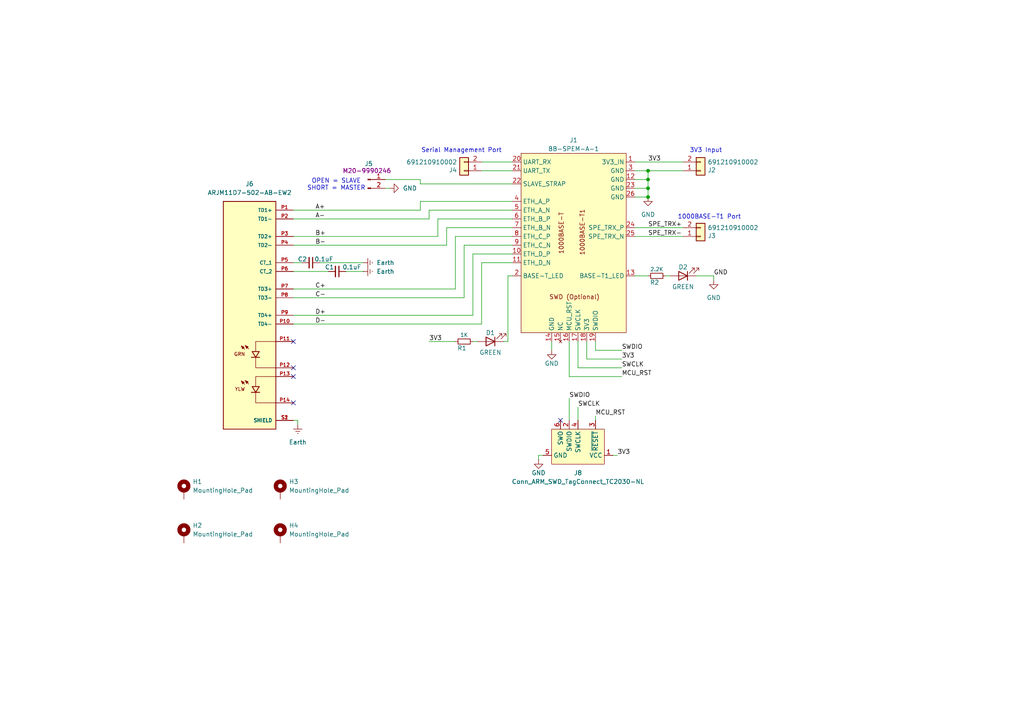
<source format=kicad_sch>
(kicad_sch (version 20231120) (generator "eeschema") (generator_version "8.0")
  (paper "A4")
  (lib_symbols
    (symbol "ARJM11D7-502-AB-EW2:ARJM11D7-502-AB-EW2" (pin_names (offset 1.016))
      (property "Reference" "J" (at -7.62 34.29 0))
      (property "Value" "ARJM11D7-502-AB-EW2" (at -7.62 -34.29 0))
      (symbol "ARJM11D7-502-AB-EW2_0_0"
        (rectangle (start -7.62 -33.02) (end 7.62 33.02) (stroke (width 0.254)) (fill (type background)))
        (polyline (pts (xy -2.921 -22.352) (xy -1.778 -22.352)) (stroke (width 0.254)))
        (polyline (pts (xy -2.921 -12.192) (xy -1.778 -12.192)) (stroke (width 0.254)))
        (polyline (pts (xy -2.794 -20.701) (xy -1.778 -22.352)) (stroke (width 0.254)))
        (polyline (pts (xy -2.794 -20.701) (xy -0.762 -20.701)) (stroke (width 0.254)))
        (polyline (pts (xy -2.794 -10.541) (xy -1.778 -12.192)) (stroke (width 0.254)))
        (polyline (pts (xy -2.794 -10.541) (xy -0.762 -10.541)) (stroke (width 0.254)))
        (polyline (pts (xy -1.778 -25.4) (xy -7.62 -25.4)) (stroke (width 0.1524)))
        (polyline (pts (xy -1.778 -22.479) (xy -1.778 -25.4)) (stroke (width 0.1524)))
        (polyline (pts (xy -1.778 -22.352) (xy -0.762 -20.701)) (stroke (width 0.254)))
        (polyline (pts (xy -1.778 -22.352) (xy -0.508 -22.352)) (stroke (width 0.254)))
        (polyline (pts (xy -1.778 -17.78) (xy -7.62 -17.78)) (stroke (width 0.1524)))
        (polyline (pts (xy -1.778 -17.78) (xy -1.778 -20.574)) (stroke (width 0.1524)))
        (polyline (pts (xy -1.778 -15.24) (xy -7.62 -15.24)) (stroke (width 0.1524)))
        (polyline (pts (xy -1.778 -12.319) (xy -1.778 -15.24)) (stroke (width 0.1524)))
        (polyline (pts (xy -1.778 -12.192) (xy -0.762 -10.541)) (stroke (width 0.254)))
        (polyline (pts (xy -1.778 -12.192) (xy -0.508 -12.192)) (stroke (width 0.254)))
        (polyline (pts (xy -1.778 -7.62) (xy -7.62 -7.62)) (stroke (width 0.1524)))
        (polyline (pts (xy -1.778 -7.62) (xy -1.778 -10.414)) (stroke (width 0.1524)))
        (polyline (pts (xy 0.254 -19.939) (xy 1.27 -18.923)) (stroke (width 0.1524)))
        (polyline (pts (xy 0.254 -9.779) (xy 1.27 -8.763)) (stroke (width 0.1524)))
        (polyline (pts (xy 1.397 -20.066) (xy 2.413 -19.05)) (stroke (width 0.1524)))
        (polyline (pts (xy 1.397 -9.906) (xy 2.413 -8.89)) (stroke (width 0.1524)))
        (polyline (pts (xy 1.27 -18.923) (xy 0.381 -19.304) (xy 0.889 -19.812) (xy 1.27 -18.923)) (stroke (width 0.1524)) (fill (type outline)))
        (polyline (pts (xy 1.27 -8.763) (xy 0.381 -9.144) (xy 0.889 -9.652) (xy 1.27 -8.763)) (stroke (width 0.1524)) (fill (type outline)))
        (polyline (pts (xy 2.413 -19.05) (xy 1.524 -19.431) (xy 2.032 -19.939) (xy 2.413 -19.05)) (stroke (width 0.1524)) (fill (type outline)))
        (polyline (pts (xy 2.413 -8.89) (xy 1.524 -9.271) (xy 2.032 -9.779) (xy 2.413 -8.89)) (stroke (width 0.1524)) (fill (type outline)))
        (text "GRN" (at 1.27 -10.668 0) (effects (font (size 1.016 1.016)) (justify left top)))
        (text "YLW" (at 1.27 -20.828 0) (effects (font (size 1.016 1.016)) (justify left top)))
        (pin passive line (at -12.7 30.48 0) (length 5.08) (name "TD1+") (number "P1"))
        (pin passive line (at -12.7 -2.54 0) (length 5.08) (name "TD4-") (number "P10"))
        (pin passive line (at -12.7 -7.62 0) (length 5.08) (name "~") (number "P11"))
        (pin passive line (at -12.7 -15.24 0) (length 5.08) (name "~") (number "P12"))
        (pin passive line (at -12.7 -17.78 0) (length 5.08) (name "~") (number "P13"))
        (pin passive line (at -12.7 -25.4 0) (length 5.08) (name "~") (number "P14"))
        (pin passive line (at -12.7 27.94 0) (length 5.08) (name "TD1-") (number "P2"))
        (pin passive line (at -12.7 22.86 0) (length 5.08) (name "TD2+") (number "P3"))
        (pin passive line (at -12.7 20.32 0) (length 5.08) (name "TD2-") (number "P4"))
        (pin passive line (at -12.7 15.24 0) (length 5.08) (name "CT_1") (number "P5"))
        (pin passive line (at -12.7 12.7 0) (length 5.08) (name "CT_2") (number "P6"))
        (pin passive line (at -12.7 7.62 0) (length 5.08) (name "TD3+") (number "P7"))
        (pin passive line (at -12.7 5.08 0) (length 5.08) (name "TD3-") (number "P8"))
        (pin passive line (at -12.7 0 0) (length 5.08) (name "TD4+") (number "P9"))
        (pin passive line (at -12.7 -30.48 0) (length 5.08) (name "SHIELD") (number "S1"))
        (pin passive line (at -12.7 -30.48 0) (length 5.08) (name "SHIELD") (number "S2"))
      )
    )
    (symbol "Connector:Conn_01x02_Pin" (pin_names (offset 1.016) hide)
      (property "Reference" "J" (at 0 2.54 0))
      (property "Value" "Conn_01x02_Pin" (at 0 -5.08 0))
      (symbol "Conn_01x02_Pin_1_1"
        (polyline (pts (xy 1.27 -2.54) (xy 0.8636 -2.54)) (stroke (width 0.1524)))
        (polyline (pts (xy 1.27 0) (xy 0.8636 0)) (stroke (width 0.1524)))
        (rectangle (start 0.8636 -2.413) (end 0 -2.667) (stroke (width 0.1524)) (fill (type outline)))
        (rectangle (start 0.8636 0.127) (end 0 -0.127) (stroke (width 0.1524)) (fill (type outline)))
        (pin passive line (at 5.08 0 180) (length 3.81) (name "Pin_1") (number "1"))
        (pin passive line (at 5.08 -2.54 180) (length 3.81) (name "Pin_2") (number "2"))
      )
    )
    (symbol "Connector:Conn_ARM_SWD_TagConnect_TC2030-NL" (in_bom no)
      (property "Reference" "J" (at 2.54 11.43 0))
      (property "Value" "Conn_ARM_SWD_TagConnect_TC2030-NL" (at 2.54 8.89 0))
      (symbol "Conn_ARM_SWD_TagConnect_TC2030-NL_0_0"
        (pin power_in line (at -2.54 10.16 270) (length 2.54) (name "VCC") (number "1"))
        (pin bidirectional line (at 7.62 -2.54 180) (length 2.54) (name "SWDIO") (number "2"))
        (pin open_collector line (at 7.62 5.08 180) (length 2.54) (name "~{RESET}") (number "3"))
        (pin output line (at 7.62 0 180) (length 2.54) (name "SWCLK") (number "4"))
        (pin power_in line (at -2.54 -10.16 90) (length 2.54) (name "GND") (number "5"))
        (pin input line (at 7.62 -5.08 180) (length 2.54) (name "SWO") (number "6"))
      )
      (symbol "Conn_ARM_SWD_TagConnect_TC2030-NL_0_1"
        (rectangle (start -5.08 7.62) (end 5.08 -7.62) (fill (type background)))
      )
    )
    (symbol "Connector_Generic:Conn_01x02" (pin_names (offset 1.016) hide)
      (property "Reference" "J" (at 0 2.54 0))
      (property "Value" "Conn_01x02" (at 0 -5.08 0))
      (symbol "Conn_01x02_1_1"
        (rectangle (start -1.27 -2.413) (end 0 -2.667) (stroke (width 0.1524)))
        (rectangle (start -1.27 0.127) (end 0 -0.127) (stroke (width 0.1524)))
        (rectangle (start -1.27 1.27) (end 1.27 -3.81) (stroke (width 0.254)) (fill (type background)))
        (pin passive line (at -5.08 0 0) (length 3.81) (name "Pin_1") (number "1"))
        (pin passive line (at -5.08 -2.54 0) (length 3.81) (name "Pin_2") (number "2"))
      )
    )
    (symbol "Device:C_Small" (pin_numbers hide) (pin_names (offset 0.254) hide)
      (property "Reference" "C" (at 0.254 1.778 0))
      (property "Value" "C_Small" (at 0.254 -2.032 0))
      (symbol "C_Small_0_1"
        (polyline (pts (xy -1.524 -0.508) (xy 1.524 -0.508)) (stroke (width 0.3302)))
        (polyline (pts (xy -1.524 0.508) (xy 1.524 0.508)) (stroke (width 0.3048)))
      )
      (symbol "C_Small_1_1"
        (pin passive line (at 0 2.54 270) (length 2.032) (name "~") (number "1"))
        (pin passive line (at 0 -2.54 90) (length 2.032) (name "~") (number "2"))
      )
    )
    (symbol "Device:LED" (pin_numbers hide) (pin_names (offset 1.016) hide)
      (property "Reference" "D" (at 0 2.54 0))
      (property "Value" "LED" (at 0 -2.54 0))
      (symbol "LED_0_1"
        (polyline (pts (xy -1.27 -1.27) (xy -1.27 1.27)) (stroke (width 0.254)))
        (polyline (pts (xy -1.27 0) (xy 1.27 0)))
        (polyline (pts (xy 1.27 -1.27) (xy 1.27 1.27) (xy -1.27 0) (xy 1.27 -1.27)) (stroke (width 0.254)))
        (polyline (pts (xy -3.048 -0.762) (xy -4.572 -2.286) (xy -3.81 -2.286) (xy -4.572 -2.286) (xy -4.572 -1.524)))
        (polyline (pts (xy -1.778 -0.762) (xy -3.302 -2.286) (xy -2.54 -2.286) (xy -3.302 -2.286) (xy -3.302 -1.524)))
      )
      (symbol "LED_1_1"
        (pin passive line (at -3.81 0 0) (length 2.54) (name "K") (number "1"))
        (pin passive line (at 3.81 0 180) (length 2.54) (name "A") (number "2"))
      )
    )
    (symbol "Device:R_Small" (pin_numbers hide) (pin_names (offset 0.254) hide)
      (property "Reference" "R" (at 0.762 0.508 0))
      (property "Value" "R_Small" (at 0.762 -1.016 0))
      (symbol "R_Small_0_1"
        (rectangle (start -0.762 1.778) (end 0.762 -1.778) (stroke (width 0.2032)))
      )
      (symbol "R_Small_1_1"
        (pin passive line (at 0 2.54 270) (length 0.762) (name "~") (number "1"))
        (pin passive line (at 0 -2.54 90) (length 0.762) (name "~") (number "2"))
      )
    )
    (symbol "Kpk:BB-SPEM-A-1_SYMBOL"
      (property "Reference" "J" (at -0.508 18.034 0))
      (symbol "BB-SPEM-A-1_SYMBOL_1_1"
        (rectangle (start 30.48 0) (end 60.96 -52.07) (fill (type background)))
        (text "1000BASE-T" (at 42.164 -23.114 900) (effects (font (size 1.27 1.27))))
        (text "1000BASE-T1\n" (at 48.26 -22.86 900) (effects (font (size 1.27 1.27))))
        (text "SWD (Optional)" (at 45.974 -41.656 0) (effects (font (size 1.27 1.27))))
        (pin input line (at 63.5 -2.54 180) (length 2.54) (name "3V3_IN") (number "1"))
        (pin input line (at 27.94 -29.21 0) (length 2.54) (name "ETH_D_P") (number "10"))
        (pin input line (at 27.94 -31.75 0) (length 2.54) (name "ETH_D_N") (number "11"))
        (pin input line (at 63.5 -7.62 180) (length 2.54) (name "GND") (number "12"))
        (pin input line (at 63.5 -35.56 180) (length 2.54) (name "BASE-T1_LED") (number "13"))
        (pin input line (at 39.37 -54.61 90) (length 2.54) (name "GND") (number "14"))
        (pin no_connect line (at 41.91 -54.61 90) (length 2.54) (name "NC") (number "15"))
        (pin input line (at 44.45 -54.61 90) (length 2.54) (name "MCU_RST") (number "16"))
        (pin input line (at 46.99 -54.61 90) (length 2.54) (name "SWCLK") (number "17"))
        (pin input line (at 49.53 -54.61 90) (length 2.54) (name "3V3") (number "18"))
        (pin input line (at 52.07 -54.61 90) (length 2.54) (name "SWDIO") (number "19"))
        (pin input line (at 27.94 -35.56 0) (length 2.54) (name "BASE-T_LED") (number "2"))
        (pin input line (at 27.94 -2.54 0) (length 2.54) (name "UART_RX") (number "20"))
        (pin input line (at 27.94 -5.08 0) (length 2.54) (name "UART_TX") (number "21"))
        (pin input line (at 27.94 -8.89 0) (length 2.54) (name "SLAVE_STRAP") (number "22"))
        (pin input line (at 63.5 -10.16 180) (length 2.54) (name "GND") (number "23"))
        (pin input line (at 63.5 -21.59 180) (length 2.54) (name "SPE_TRX_P") (number "24"))
        (pin input line (at 63.5 -24.13 180) (length 2.54) (name "SPE_TRX_N") (number "25"))
        (pin input line (at 63.5 -12.7 180) (length 2.54) (name "GND") (number "26"))
        (pin input line (at 63.5 -5.08 180) (length 2.54) (name "GND") (number "3"))
        (pin input line (at 27.94 -13.97 0) (length 2.54) (name "ETH_A_P") (number "4"))
        (pin input line (at 27.94 -16.51 0) (length 2.54) (name "ETH_A_N") (number "5"))
        (pin input line (at 27.94 -19.05 0) (length 2.54) (name "ETH_B_P") (number "6"))
        (pin input line (at 27.94 -21.59 0) (length 2.54) (name "ETH_B_N") (number "7"))
        (pin input line (at 27.94 -24.13 0) (length 2.54) (name "ETH_C_P") (number "8"))
        (pin input line (at 27.94 -26.67 0) (length 2.54) (name "ETH_C_N") (number "9"))
      )
    )
    (symbol "Mechanical:MountingHole_Pad" (pin_numbers hide) (pin_names (offset 1.016) hide) (exclude_from_sim yes) (in_bom no)
      (property "Reference" "H" (at 0 6.35 0))
      (property "Value" "MountingHole_Pad" (at 0 4.445 0))
      (symbol "MountingHole_Pad_0_1"
        (circle (center 0 1.27) (radius 1.27) (stroke (width 1.27)))
      )
      (symbol "MountingHole_Pad_1_1"
        (pin input line (at 0 -2.54 90) (length 2.54) (name "1") (number "1"))
      )
    )
    (symbol "power:Earth" (power) (pin_numbers hide) (pin_names (offset 0) hide)
      (property "Value" "Earth" (at 0 -3.81 0))
      (symbol "Earth_0_1"
        (polyline (pts (xy -0.635 -1.905) (xy 0.635 -1.905)))
        (polyline (pts (xy -0.127 -2.54) (xy 0.127 -2.54)))
        (polyline (pts (xy 0 -1.27) (xy 0 0)))
        (polyline (pts (xy 1.27 -1.27) (xy -1.27 -1.27)))
      )
      (symbol "Earth_1_1"
        (pin power_in line (at 0 0 270) (length 0) (name "~") (number "1"))
      )
    )
    (symbol "power:GND" (power) (pin_numbers hide) (pin_names (offset 0) hide)
      (property "Value" "GND" (at 0 -3.81 0))
      (symbol "GND_0_1"
        (polyline (pts (xy 0 0) (xy 0 -1.27) (xy 1.27 -1.27) (xy 0 -2.54) (xy -1.27 -1.27) (xy 0 -1.27)))
      )
      (symbol "GND_1_1"
        (pin power_in line (at 0 0 270) (length 0) (name "~") (number "1"))
      )
    )
  )
  (junction (at 187.96 52.07))
  (junction (at 187.96 54.61))
  (junction (at 187.96 49.53))
  (junction (at 187.96 57.15))
  (no_connect (at 162.56 121.92))
  (no_connect (at 85.09 109.22))
  (no_connect (at 85.09 99.06))
  (no_connect (at 85.09 106.68))
  (no_connect (at 85.09 116.84))
  (wire (pts (xy 177.8 132.08) (xy 179.07 132.08)))
  (wire (pts (xy 134.62 86.36) (xy 134.62 71.12)))
  (wire (pts (xy 156.21 132.08) (xy 157.48 132.08)))
  (wire (pts (xy 121.92 53.34) (xy 148.59 53.34)))
  (wire (pts (xy 160.02 101.6) (xy 160.02 99.06)))
  (wire (pts (xy 165.1 115.57) (xy 165.1 121.92)))
  (wire (pts (xy 121.92 60.96) (xy 121.92 58.42)))
  (wire (pts (xy 85.09 60.96) (xy 121.92 60.96)))
  (wire (pts (xy 85.09 76.2) (xy 87.63 76.2)))
  (wire (pts (xy 85.09 93.98) (xy 139.7 93.98)))
  (wire (pts (xy 207.01 81.28) (xy 207.01 80.01)))
  (wire (pts (xy 85.09 68.58) (xy 127 68.58)))
  (wire (pts (xy 127 63.5) (xy 148.59 63.5)))
  (wire (pts (xy 134.62 71.12) (xy 148.59 71.12)))
  (wire (pts (xy 147.32 99.06) (xy 147.32 80.01)))
  (wire (pts (xy 187.96 52.07) (xy 187.96 54.61)))
  (wire (pts (xy 156.21 133.35) (xy 156.21 132.08)))
  (wire (pts (xy 124.46 60.96) (xy 124.46 63.5)))
  (wire (pts (xy 187.96 49.53) (xy 187.96 52.07)))
  (wire (pts (xy 139.7 49.53) (xy 148.59 49.53)))
  (wire (pts (xy 138.43 99.06) (xy 137.16 99.06)))
  (wire (pts (xy 137.16 91.44) (xy 137.16 73.66)))
  (wire (pts (xy 129.54 66.04) (xy 129.54 71.12)))
  (wire (pts (xy 139.7 46.99) (xy 148.59 46.99)))
  (wire (pts (xy 184.15 68.58) (xy 198.12 68.58)))
  (wire (pts (xy 170.18 99.06) (xy 170.18 104.14)))
  (wire (pts (xy 193.04 80.01) (xy 194.31 80.01)))
  (wire (pts (xy 187.96 54.61) (xy 187.96 57.15)))
  (wire (pts (xy 165.1 99.06) (xy 165.1 109.22)))
  (wire (pts (xy 124.46 99.06) (xy 132.08 99.06)))
  (wire (pts (xy 85.09 121.92) (xy 86.36 121.92)))
  (wire (pts (xy 86.36 121.92) (xy 86.36 123.19)))
  (wire (pts (xy 132.08 83.82) (xy 132.08 68.58)))
  (wire (pts (xy 85.09 83.82) (xy 132.08 83.82)))
  (wire (pts (xy 127 68.58) (xy 127 63.5)))
  (wire (pts (xy 100.33 78.74) (xy 105.41 78.74)))
  (wire (pts (xy 184.15 80.01) (xy 187.96 80.01)))
  (wire (pts (xy 184.15 66.04) (xy 198.12 66.04)))
  (wire (pts (xy 85.09 91.44) (xy 137.16 91.44)))
  (wire (pts (xy 187.96 57.15) (xy 184.15 57.15)))
  (wire (pts (xy 184.15 46.99) (xy 198.12 46.99)))
  (wire (pts (xy 92.71 76.2) (xy 105.41 76.2)))
  (wire (pts (xy 167.64 106.68) (xy 180.34 106.68)))
  (wire (pts (xy 187.96 49.53) (xy 184.15 49.53)))
  (wire (pts (xy 132.08 68.58) (xy 148.59 68.58)))
  (wire (pts (xy 165.1 109.22) (xy 180.34 109.22)))
  (wire (pts (xy 147.32 80.01) (xy 148.59 80.01)))
  (wire (pts (xy 121.92 58.42) (xy 148.59 58.42)))
  (wire (pts (xy 172.72 120.65) (xy 172.72 121.92)))
  (wire (pts (xy 146.05 99.06) (xy 147.32 99.06)))
  (wire (pts (xy 167.64 118.11) (xy 167.64 121.92)))
  (wire (pts (xy 172.72 99.06) (xy 172.72 101.6)))
  (wire (pts (xy 121.92 52.07) (xy 121.92 53.34)))
  (wire (pts (xy 148.59 76.2) (xy 139.7 76.2)))
  (wire (pts (xy 172.72 101.6) (xy 180.34 101.6)))
  (wire (pts (xy 187.96 54.61) (xy 184.15 54.61)))
  (wire (pts (xy 85.09 71.12) (xy 129.54 71.12)))
  (wire (pts (xy 207.01 80.01) (xy 201.93 80.01)))
  (wire (pts (xy 148.59 60.96) (xy 124.46 60.96)))
  (wire (pts (xy 148.59 66.04) (xy 129.54 66.04)))
  (wire (pts (xy 167.64 99.06) (xy 167.64 106.68)))
  (wire (pts (xy 187.96 52.07) (xy 184.15 52.07)))
  (wire (pts (xy 137.16 73.66) (xy 148.59 73.66)))
  (wire (pts (xy 85.09 63.5) (xy 124.46 63.5)))
  (wire (pts (xy 170.18 104.14) (xy 180.34 104.14)))
  (wire (pts (xy 85.09 86.36) (xy 134.62 86.36)))
  (wire (pts (xy 139.7 76.2) (xy 139.7 93.98)))
  (wire (pts (xy 111.76 52.07) (xy 121.92 52.07)))
  (wire (pts (xy 198.12 49.53) (xy 187.96 49.53)))
  (wire (pts (xy 113.03 54.61) (xy 111.76 54.61)))
  (wire (pts (xy 85.09 78.74) (xy 95.25 78.74)))
  (text "Serial Management Port" (at 133.858 43.688 0) (effects (font (size 1.27 1.27))))
  (text "OPEN = SLAVE\nSHORT = MASTER\n" (at 97.536 53.594 0) (effects (font (size 1.27 1.27))))
  (text "3V3 Input" (at 204.724 43.688 0) (effects (font (size 1.27 1.27))))
  (text "1000BASE-T1 Port" (at 205.74 62.992 0) (effects (font (size 1.27 1.27))))
  (label "SWDIO" (at 165.1 115.57 0))
  (label "SWCLK" (at 167.64 118.11 0))
  (label "3V3" (at 124.46 99.06 0))
  (label "3V3" (at 180.34 104.14 0))
  (label "MCU_RST" (at 180.34 109.22 0))
  (label "MCU_RST" (at 172.72 120.65 0))
  (label "C-" (at 91.44 86.36 0))
  (label "SPE_TRX+" (at 187.96 66.04 0))
  (label "SWDIO" (at 180.34 101.6 0))
  (label "3V3" (at 187.96 46.99 0))
  (label "SWCLK" (at 180.34 106.68 0))
  (label "A+" (at 91.44 60.96 0))
  (label "B-" (at 91.44 71.12 0))
  (label "D+" (at 91.44 91.44 0))
  (label "B+" (at 91.44 68.58 0))
  (label "3V3" (at 179.07 132.08 0))
  (label "C+" (at 91.44 83.82 0))
  (label "SPE_TRX-" (at 187.96 68.58 0))
  (label "D-" (at 91.44 93.98 0))
  (label "GND" (at 207.01 80.01 0))
  (label "A-" (at 91.44 63.5 0))
  (symbol (lib_id "Connector_Generic:Conn_01x02") (at 203.2 68.58 0) (mirror x) (unit 1)
    (property "Reference" "J3" (at 205.232 68.3768 0) (effects (justify left)))
    (property "Value" "691210910002" (at 205.232 66.0654 0) (effects (justify left)))
    (property "Footprint" "Kpk:TerminalBlock_WurthElektronik_691210910002_1x02_P2.54mm_Horizontal" (effects (hide yes)))
    (property "Description" "TERM BLOCK 2P HORIZON 2.54MM PCB" (effects (hide yes)))
    (property "Cost @ 100pcs" "0.90500" (effects (hide yes)))
    (property "Cost @10pcs" "1.04300" (effects (hide yes)))
    (property "MPN" "691210910002" (effects (hide yes)))
    (property "MPN if populated" "691210910002" (effects (hide yes)))
    (property "Manufacturer " "Würth Elektronik" (effects (hide yes)))
    (property "Operating Temperature" "-40 to +105°C" (effects (hide yes)))
    (property "Supplier 1" "LCSC" (effects (hide yes)))
    (property "LCSC#" "C474920" (effects (hide yes)))
    (property "Alternative MPN" "0397730002, OSTVN02A150, C474920, C918120, C557685" (effects (hide yes)))
  )
  (symbol (lib_id "Mechanical:MountingHole_Pad") (at 81.28 142.24 0) (unit 1) (exclude_from_sim yes) (in_bom no)
    (property "Reference" "H3" (at 83.82 139.6999 0) (effects (justify left)))
    (property "Value" "MountingHole_Pad" (at 83.82 142.2399 0) (effects (justify left)))
    (property "Footprint" "MountingHole:MountingHole_2.2mm_M2_DIN965_Pad" (effects (hide yes)))
    (property "Description" "Mounting Hole with connection" (effects (hide yes)))
  )
  (symbol (lib_id "power:GND") (at 160.02 101.6 0) (unit 1)
    (property "Reference" "#PWR06" (effects (hide yes)))
    (property "Value" "GND" (at 160.02 105.41 0))
    (property "Description" "Power symbol creates a global label with name \"GND\" , ground" (effects (hide yes)))
  )
  (symbol (lib_id "power:GND") (at 207.01 81.28 0) (unit 1)
    (property "Reference" "#PWR01" (effects (hide yes)))
    (property "Value" "GND" (at 207.01 86.36 0))
    (property "Description" "Power symbol creates a global label with name \"GND\" , ground" (effects (hide yes)))
  )
  (symbol (lib_id "Device:R_Small") (at 190.5 80.01 270) (unit 1)
    (property "Reference" "R2" (at 189.865 81.915 90))
    (property "Value" "2.2K" (at 190.5 78.105 90) (effects (font (size 1.0922 1.0922))))
    (property "Footprint" "Resistor_SMD:R_0402_1005Metric" (effects (hide yes)))
    (property "Description" "RES SMD 2.2K OHM 1% 1/16W 0402" (effects (hide yes)))
    (property "MPN" "RC0402FR-072K2L" (effects (hide yes)))
    (property "LCSC#" "C114762" (effects (hide yes)))
    (property "MPN if populated" "RC0402FR-072K2L" (effects (hide yes)))
    (property "Cost @ 100pcs" "0.0012" (effects (hide yes)))
    (property "Manufacturer " "Yageo" (effects (hide yes)))
    (property "Tolerance" "1%" (effects (hide yes)))
    (property "Operating Temperature" "-55°C ~ 155°C" (effects (hide yes)))
    (property "Cost @10pcs" "0.0012" (effects (hide yes)))
    (property "Supplier 1" "LCSC" (effects (hide yes)))
    (property "Package" "0402" (effects (hide yes)))
  )
  (symbol (lib_id "ARJM11D7-502-AB-EW2:ARJM11D7-502-AB-EW2") (at 72.39 91.44 0) (mirror y) (unit 1)
    (property "Reference" "J6" (at 72.39 53.34 0))
    (property "Value" "ARJM11D7-502-AB-EW2" (at 72.39 55.88 0))
    (property "Footprint" "ARJM11D7-502-AB-EW2:ABRACON_ARJM11D7-502-AB-EW2" (effects (hide yes)))
    (property "MPN" "ARJM11D7-502-AB-EW2" (effects (hide yes)))
  )
  (symbol (lib_id "Device:C_Small") (at 90.17 76.2 270) (unit 1)
    (property "Reference" "C2" (at 86.36 75.184 90) (effects (justify left)))
    (property "Value" "0.1uF" (at 91.186 75.184 90) (effects (justify left)))
    (property "Footprint" "Kpk:C_0402_Small" (effects (hide yes)))
    (property "Description" "CAP CER 0.1UF 50V X7R 0402" (effects (hide yes)))
    (property "MPN" "GRM155R71H104KE14J" (effects (hide yes)))
    (property "Voltage Rating" "50V" (effects (hide yes)))
    (property "LCSC#" "C85858" (effects (hide yes)))
    (property "Cost @ 100pcs" "0.0111" (effects (hide yes)))
    (property "MPN if populated" "GRM155R71H104KE14J" (effects (hide yes)))
    (property "Manufacturer " "Murata Electronics" (effects (hide yes)))
    (property "Operating Temperature" "-55°C ~ 125°C" (effects (hide yes)))
    (property "Cost @10pcs" "0.0111" (effects (hide yes)))
    (property "Supplier 1" "LCSC" (effects (hide yes)))
    (property "Package" "0402" (effects (hide yes)))
  )
  (symbol (lib_id "Mechanical:MountingHole_Pad") (at 53.34 154.94 0) (unit 1) (exclude_from_sim yes) (in_bom no)
    (property "Reference" "H2" (at 55.88 152.3999 0) (effects (justify left)))
    (property "Value" "MountingHole_Pad" (at 55.88 154.9399 0) (effects (justify left)))
    (property "Footprint" "MountingHole:MountingHole_2.2mm_M2_DIN965_Pad" (effects (hide yes)))
    (property "Description" "Mounting Hole with connection" (effects (hide yes)))
  )
  (symbol (lib_id "Device:LED") (at 142.24 99.06 180) (unit 1)
    (property "Reference" "D1" (at 142.24 96.52 0))
    (property "Value" "GREEN" (at 142.24 102.235 0))
    (property "Footprint" "LED_SMD:LED_0402_1005Metric" (effects (hide yes)))
    (property "Description" "LED GREEN CLEAR CHIP SMD" (effects (hide yes)))
    (property "MPN" "APHHS1005CGCK" (effects (hide yes)))
    (property "Cost @ 100pcs" "0.118" (effects (hide yes)))
    (property "MPN if populated" "APHHS1005CGCK" (effects (hide yes)))
    (property "Manufacturer " "Kingbright" (effects (hide yes)))
    (property "Voltage Rating" "2.1V" (effects (hide yes)))
    (property "Alt" "C74338" (effects (hide yes)))
    (property "Operating Temperature" "-40 °C~ 85°C" (effects (hide yes)))
    (property "Cost @10pcs" "0.258" (effects (hide yes)))
    (property "Supplier 1" "Mouser" (effects (hide yes)))
    (property "Package" "0402" (effects (hide yes)))
  )
  (symbol (lib_id "power:Earth") (at 105.41 76.2 90) (unit 1)
    (property "Reference" "#PWR05" (effects (hide yes)))
    (property "Value" "Earth" (at 109.22 76.1999 90) (effects (justify right)))
    (property "Description" "Power symbol creates a global label with name \"Earth\"" (effects (hide yes)))
  )
  (symbol (lib_id "Connector_Generic:Conn_01x02") (at 203.2 49.53 0) (mirror x) (unit 1)
    (property "Reference" "J2" (at 205.232 49.3268 0) (effects (justify left)))
    (property "Value" "691210910002" (at 205.232 47.0154 0) (effects (justify left)))
    (property "Footprint" "Kpk:TerminalBlock_WurthElektronik_691210910002_1x02_P2.54mm_Horizontal" (effects (hide yes)))
    (property "Description" "TERM BLOCK 2P HORIZON 2.54MM PCB" (effects (hide yes)))
    (property "Cost @ 100pcs" "0.90500" (effects (hide yes)))
    (property "Cost @10pcs" "1.04300" (effects (hide yes)))
    (property "MPN" "691210910002" (effects (hide yes)))
    (property "MPN if populated" "691210910002" (effects (hide yes)))
    (property "Manufacturer " "Würth Elektronik" (effects (hide yes)))
    (property "Operating Temperature" "-40 to +105°C" (effects (hide yes)))
    (property "Supplier 1" "LCSC" (effects (hide yes)))
    (property "LCSC#" "C474920" (effects (hide yes)))
    (property "Alternative MPN" "0397730002, OSTVN02A150, C474920, C918120, C557685" (effects (hide yes)))
  )
  (symbol (lib_id "Device:LED") (at 198.12 80.01 180) (unit 1)
    (property "Reference" "D2" (at 198.12 77.47 0))
    (property "Value" "GREEN" (at 198.12 83.185 0))
    (property "Footprint" "LED_SMD:LED_0402_1005Metric" (effects (hide yes)))
    (property "Description" "LED GREEN CLEAR CHIP SMD" (effects (hide yes)))
    (property "MPN" "APHHS1005CGCK" (effects (hide yes)))
    (property "Cost @ 100pcs" "0.118" (effects (hide yes)))
    (property "MPN if populated" "APHHS1005CGCK" (effects (hide yes)))
    (property "Manufacturer " "Kingbright" (effects (hide yes)))
    (property "Voltage Rating" "2.1V" (effects (hide yes)))
    (property "Alt" "C74338" (effects (hide yes)))
    (property "Operating Temperature" "-40 °C~ 85°C" (effects (hide yes)))
    (property "Cost @10pcs" "0.258" (effects (hide yes)))
    (property "Supplier 1" "Mouser" (effects (hide yes)))
    (property "Package" "0402" (effects (hide yes)))
  )
  (symbol (lib_id "Mechanical:MountingHole_Pad") (at 81.28 154.94 0) (unit 1) (exclude_from_sim yes) (in_bom no)
    (property "Reference" "H4" (at 83.82 152.3999 0) (effects (justify left)))
    (property "Value" "MountingHole_Pad" (at 83.82 154.9399 0) (effects (justify left)))
    (property "Footprint" "MountingHole:MountingHole_2.2mm_M2_DIN965_Pad" (effects (hide yes)))
    (property "Description" "Mounting Hole with connection" (effects (hide yes)))
  )
  (symbol (lib_id "power:Earth") (at 86.36 123.19 0) (unit 1)
    (property "Reference" "#PWR03" (effects (hide yes)))
    (property "Value" "Earth" (at 86.36 128.27 0))
    (property "Description" "Power symbol creates a global label with name \"Earth\"" (effects (hide yes)))
  )
  (symbol (lib_id "Device:R_Small") (at 134.62 99.06 270) (unit 1)
    (property "Reference" "R1" (at 133.985 100.965 90))
    (property "Value" "1K" (at 134.62 97.155 90) (effects (font (size 1.0922 1.0922))))
    (property "Footprint" "Resistor_SMD:R_0402_1005Metric" (effects (hide yes)))
    (property "Description" "RES SMD 1K OHM 1% 1/16W 0402" (effects (hide yes)))
    (property "MPN" "RC0402FR-071KL" (effects (hide yes)))
    (property "LCSC#" "C106235" (effects (hide yes)))
    (property "MPN if populated" "RC0402FR-071KL" (effects (hide yes)))
    (property "Cost @ 100pcs" "0.0011" (effects (hide yes)))
    (property "Manufacturer " "Yageo" (effects (hide yes)))
    (property "Tolerance" "1%" (effects (hide yes)))
    (property "Operating Temperature" "-55°C ~ 155°C" (effects (hide yes)))
    (property "Cost @10pcs" "0.0011" (effects (hide yes)))
    (property "Supplier 1" "LCSC" (effects (hide yes)))
    (property "Package" "0402" (effects (hide yes)))
  )
  (symbol (lib_id "Kpk:BB-SPEM-A-1_SYMBOL") (at 120.65 44.45 0) (unit 1)
    (property "Reference" "J1" (at 166.37 40.64 0))
    (property "Value" "BB-SPEM-A-1" (at 166.37 43.18 0))
    (property "Footprint" "Kpk:BB-SPEM-A-1_Footprint" (effects (hide yes)))
  )
  (symbol (lib_id "Connector_Generic:Conn_01x02") (at 134.62 49.53 180) (unit 1)
    (property "Reference" "J4" (at 132.588 49.3268 0) (effects (justify left)))
    (property "Value" "691210910002" (at 132.588 47.0154 0) (effects (justify left)))
    (property "Footprint" "Kpk:TerminalBlock_WurthElektronik_691210910002_1x02_P2.54mm_Horizontal" (effects (hide yes)))
    (property "Description" "TERM BLOCK 2P HORIZON 2.54MM PCB" (effects (hide yes)))
    (property "Cost @ 100pcs" "0.90500" (effects (hide yes)))
    (property "Cost @10pcs" "1.04300" (effects (hide yes)))
    (property "MPN" "691210910002" (effects (hide yes)))
    (property "MPN if populated" "691210910002" (effects (hide yes)))
    (property "Manufacturer " "Würth Elektronik" (effects (hide yes)))
    (property "Operating Temperature" "-40 to +105°C" (effects (hide yes)))
    (property "Supplier 1" "LCSC" (effects (hide yes)))
    (property "LCSC#" "C474920" (effects (hide yes)))
    (property "Alternative MPN" "0397730002, OSTVN02A150, C474920, C918120, C557685" (effects (hide yes)))
  )
  (symbol (lib_id "power:Earth") (at 105.41 78.74 90) (unit 1)
    (property "Reference" "#PWR04" (effects (hide yes)))
    (property "Value" "Earth" (at 109.22 78.7399 90) (effects (justify right)))
    (property "Description" "Power symbol creates a global label with name \"Earth\"" (effects (hide yes)))
  )
  (symbol (lib_id "power:GND") (at 156.21 133.35 0) (unit 1)
    (property "Reference" "#PWR07" (effects (hide yes)))
    (property "Value" "GND" (at 156.21 137.16 0))
    (property "Description" "Power symbol creates a global label with name \"GND\" , ground" (effects (hide yes)))
  )
  (symbol (lib_id "Mechanical:MountingHole_Pad") (at 53.34 142.24 0) (unit 1) (exclude_from_sim yes) (in_bom no)
    (property "Reference" "H1" (at 55.88 139.6999 0) (effects (justify left)))
    (property "Value" "MountingHole_Pad" (at 55.88 142.2399 0) (effects (justify left)))
    (property "Footprint" "MountingHole:MountingHole_2.2mm_M2_DIN965_Pad" (effects (hide yes)))
    (property "Description" "Mounting Hole with connection" (effects (hide yes)))
  )
  (symbol (lib_id "Device:C_Small") (at 97.79 78.74 270) (unit 1)
    (property "Reference" "C1" (at 94.234 77.47 90) (effects (justify left)))
    (property "Value" "0.1uF" (at 99.314 77.47 90) (effects (justify left)))
    (property "Footprint" "Kpk:C_0402_Small" (effects (hide yes)))
    (property "Description" "CAP CER 0.1UF 50V X7R 0402" (effects (hide yes)))
    (property "MPN" "GRM155R71H104KE14J" (effects (hide yes)))
    (property "Voltage Rating" "50V" (effects (hide yes)))
    (property "LCSC#" "C85858" (effects (hide yes)))
    (property "Cost @ 100pcs" "0.0111" (effects (hide yes)))
    (property "MPN if populated" "GRM155R71H104KE14J" (effects (hide yes)))
    (property "Manufacturer " "Murata Electronics" (effects (hide yes)))
    (property "Operating Temperature" "-55°C ~ 125°C" (effects (hide yes)))
    (property "Cost @10pcs" "0.0111" (effects (hide yes)))
    (property "Supplier 1" "LCSC" (effects (hide yes)))
    (property "Package" "0402" (effects (hide yes)))
  )
  (symbol (lib_id "Connector:Conn_01x02_Pin") (at 106.68 52.07 0) (unit 1)
    (property "Reference" "J5" (at 106.934 47.498 0))
    (property "Value" "Conn_01x02_Pin" (effects (hide yes)))
    (property "Footprint" "Connector_PinHeader_2.54mm:PinHeader_1x02_P2.54mm_Vertical" (effects (hide yes)))
    (property "Description" "Generic connector, single row, 01x02, script generated" (effects (hide yes)))
    (property "MPN" "M20-9990246" (at 106.426 49.53 0))
  )
  (symbol (lib_id "power:GND") (at 113.03 54.61 90) (unit 1)
    (property "Reference" "#PWR02" (effects (hide yes)))
    (property "Value" "GND" (at 116.84 54.6099 90) (effects (justify right)))
    (property "Description" "Power symbol creates a global label with name \"GND\" , ground" (effects (hide yes)))
  )
  (symbol (lib_id "Connector:Conn_ARM_SWD_TagConnect_TC2030-NL") (at 167.64 129.54 270) (mirror x) (unit 1) (in_bom no)
    (property "Reference" "J8" (at 167.64 137.16 90))
    (property "Value" "Conn_ARM_SWD_TagConnect_TC2030-NL" (at 167.64 139.7 90))
    (property "Footprint" "Connector:Tag-Connect_TC2030-IDC-NL_2x03_P1.27mm_Vertical" (effects (hide yes)))
    (property "Datasheet" "https://www.tag-connect.com/wp-content/uploads/bsk-pdf-manager/TC2030-CTX_1.pdf" (effects (hide yes)))
    (property "Description" "Tag-Connect ARM Cortex SWD JTAG connector, 6 pin, no legs" (effects (hide yes)))
  )
  (symbol (lib_id "power:GND") (at 187.96 57.15 0) (unit 1)
    (property "Reference" "#PWR010" (effects (hide yes)))
    (property "Value" "GND" (at 187.96 62.23 0))
    (property "Description" "Power symbol creates a global label with name \"GND\" , ground" (effects (hide yes)))
  )
)
</source>
